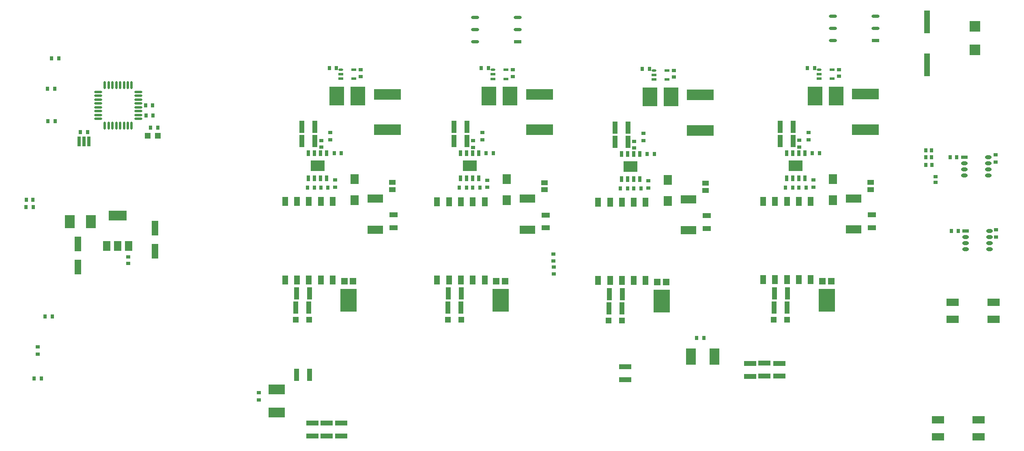
<source format=gbr>
G04 Layer_Color=8421504*
%FSLAX45Y45*%
%MOMM*%
%TF.FileFunction,Paste,Top*%
%TF.Part,Single*%
G01*
G75*
%TA.AperFunction,SMDPad,CuDef*%
%ADD10R,2.50000X1.50000*%
%ADD11R,2.60000X1.10000*%
%ADD12R,0.90000X0.70000*%
%ADD13R,0.70000X0.90000*%
%ADD14R,2.00000X3.50000*%
%ADD15R,1.10000X2.60000*%
%ADD16R,2.15900X2.74300*%
%ADD17R,2.26000X2.16000*%
%ADD18R,3.50000X2.00000*%
%ADD19R,0.90000X0.80000*%
%ADD20R,1.00000X0.55000*%
%ADD21O,1.00000X0.55000*%
%ADD22R,5.60000X2.30000*%
%ADD23R,1.40000X1.10000*%
%ADD24R,3.20000X1.80000*%
%ADD25R,1.39000X1.40000*%
%ADD26R,3.36000X4.86000*%
%ADD27R,3.10000X4.00000*%
%ADD28R,1.20000X1.20000*%
%ADD29R,1.17000X1.88000*%
%ADD30R,1.70000X1.10000*%
%ADD31R,1.80000X2.10000*%
%ADD32R,2.99720X2.26060*%
%ADD33R,0.76200X1.14300*%
%ADD34R,0.80000X0.90000*%
%ADD35R,1.30000X4.75000*%
%ADD36R,1.21920X1.21920*%
%ADD37R,0.71120X2.00660*%
%ADD38O,1.40000X0.80000*%
%ADD39R,1.40000X0.80000*%
%ADD40R,1.42240X3.02260*%
%ADD41R,1.50000X2.00000*%
%ADD42R,3.80000X2.00000*%
%ADD43O,1.65000X0.65000*%
%ADD44R,1.65000X0.65000*%
%ADD45O,0.55000X1.65000*%
%ADD46O,1.65000X0.55000*%
D10*
X21811000Y1832000D02*
D03*
X22661000Y2182000D02*
D03*
Y1832000D02*
D03*
X21811000Y2182000D02*
D03*
X22121001Y4286000D02*
D03*
X22971001Y4636000D02*
D03*
Y4286000D02*
D03*
X22121001Y4636000D02*
D03*
D11*
X18502000Y3365000D02*
D03*
Y3095000D02*
D03*
X18191000Y3366000D02*
D03*
Y3096000D02*
D03*
X17889999Y3364000D02*
D03*
Y3094000D02*
D03*
X15287000Y3290000D02*
D03*
Y3020000D02*
D03*
X9357000Y2116000D02*
D03*
Y1846000D02*
D03*
X9057000Y2115000D02*
D03*
Y1845000D02*
D03*
X8760000Y2118000D02*
D03*
Y1848000D02*
D03*
D12*
X13789000Y5501000D02*
D03*
Y5651000D02*
D03*
X13790999Y5230000D02*
D03*
Y5380000D02*
D03*
X3022600Y3707200D02*
D03*
Y3557200D02*
D03*
X7636000Y2598000D02*
D03*
Y2748000D02*
D03*
X9234201Y7043401D02*
D03*
Y7193401D02*
D03*
X9131300Y8035220D02*
D03*
Y8185220D02*
D03*
X23026401Y6002001D02*
D03*
Y6152001D02*
D03*
X23012399Y7720400D02*
D03*
Y7570400D02*
D03*
X12303299Y8033220D02*
D03*
Y8183220D02*
D03*
X12406201Y7041401D02*
D03*
Y7191401D02*
D03*
X15663300Y8020220D02*
D03*
Y8170220D02*
D03*
X15766200Y7028401D02*
D03*
Y7178401D02*
D03*
X19107298Y8037220D02*
D03*
Y8187220D02*
D03*
X19210201Y7045401D02*
D03*
Y7195401D02*
D03*
X21763000Y7263000D02*
D03*
Y7143000D02*
D03*
D13*
X16928000Y3891000D02*
D03*
X16778000D02*
D03*
X3239700Y8427720D02*
D03*
X3389700D02*
D03*
X3227000Y9098280D02*
D03*
X3377000D02*
D03*
X3176200Y4343400D02*
D03*
X3326200D02*
D03*
X2947600Y3048000D02*
D03*
X3097600D02*
D03*
X2781001Y6632000D02*
D03*
X2930998D02*
D03*
X8801202Y7033946D02*
D03*
X8651199D02*
D03*
X9108401Y9531401D02*
D03*
X9258401D02*
D03*
X9360001Y7753401D02*
D03*
X9210001D02*
D03*
X9080602Y7033946D02*
D03*
X8930599D02*
D03*
X4064001Y8198000D02*
D03*
X3913999D02*
D03*
X3311997Y9734393D02*
D03*
X3462000D02*
D03*
X5530000Y8285000D02*
D03*
X5380000D02*
D03*
X12252601Y7031946D02*
D03*
X12102599D02*
D03*
X12532001Y7751401D02*
D03*
X12382001D02*
D03*
X12280400Y9529401D02*
D03*
X12430400D02*
D03*
X11973201Y7031946D02*
D03*
X11823199D02*
D03*
X15612601Y7018946D02*
D03*
X15462599D02*
D03*
X15892001Y7738401D02*
D03*
X15742001D02*
D03*
X15640401Y9516401D02*
D03*
X15790401D02*
D03*
X15333202Y7018946D02*
D03*
X15183199D02*
D03*
X19056601Y7035946D02*
D03*
X18906599D02*
D03*
X19336002Y7755401D02*
D03*
X19186002D02*
D03*
X19084399Y9533401D02*
D03*
X19234399D02*
D03*
X18777200Y7035946D02*
D03*
X18627199D02*
D03*
X21677000Y7668000D02*
D03*
X21557001D02*
D03*
X21682001Y7507000D02*
D03*
X21562000D02*
D03*
X21677000Y7814000D02*
D03*
X21557001D02*
D03*
D14*
X16657001Y3507000D02*
D03*
X17147000D02*
D03*
D15*
X8810400Y8305800D02*
D03*
X8540400D02*
D03*
X8694000Y3128000D02*
D03*
X8424000D02*
D03*
X8683401Y4527601D02*
D03*
X8413399D02*
D03*
X8694800Y4826000D02*
D03*
X8424798D02*
D03*
X8540399Y8007401D02*
D03*
X8810401D02*
D03*
X11712399Y8005401D02*
D03*
X11982401D02*
D03*
X11866800Y4824000D02*
D03*
X11596798D02*
D03*
X11855401Y4525601D02*
D03*
X11585399D02*
D03*
X11982400Y8303800D02*
D03*
X11712400D02*
D03*
X15072398Y7992401D02*
D03*
X15342401D02*
D03*
X15226801Y4811000D02*
D03*
X14956798D02*
D03*
X15215401Y4512601D02*
D03*
X14945399D02*
D03*
X15342400Y8290800D02*
D03*
X15072400D02*
D03*
X18516399Y8009401D02*
D03*
X18786401D02*
D03*
X18670799Y4828000D02*
D03*
X18400798D02*
D03*
X18659401Y4529601D02*
D03*
X18389400D02*
D03*
X18786400Y8307800D02*
D03*
X18516400D02*
D03*
D16*
X3690600Y6324600D02*
D03*
X4132600D02*
D03*
D17*
X22581000Y10405000D02*
D03*
Y9915000D02*
D03*
D18*
X8012000Y2333000D02*
D03*
Y2823000D02*
D03*
D19*
X9767601Y9359801D02*
D03*
Y9499801D02*
D03*
X8940800Y7880200D02*
D03*
Y8020200D02*
D03*
X4909000Y5449000D02*
D03*
Y5589000D02*
D03*
X12112799Y7878200D02*
D03*
Y8018200D02*
D03*
X12939601Y9357801D02*
D03*
Y9497801D02*
D03*
X15472800Y7865200D02*
D03*
Y8005200D02*
D03*
X16299602Y9344801D02*
D03*
Y9484801D02*
D03*
X18916798Y7882200D02*
D03*
Y8022200D02*
D03*
X19743600Y9361801D02*
D03*
Y9501801D02*
D03*
D20*
X9623201Y9309400D02*
D03*
Y9499402D02*
D03*
X9353199Y9309400D02*
D03*
Y9404401D02*
D03*
X12795201Y9307400D02*
D03*
Y9497402D02*
D03*
X12525199Y9307400D02*
D03*
Y9402401D02*
D03*
X16155202Y9294399D02*
D03*
Y9484402D02*
D03*
X15885199Y9294399D02*
D03*
Y9389401D02*
D03*
X19599200Y9311400D02*
D03*
Y9501402D02*
D03*
X19329199Y9311400D02*
D03*
Y9406401D02*
D03*
D21*
X9353199Y9499402D02*
D03*
X12525199Y9497402D02*
D03*
X15885199Y9484402D02*
D03*
X19329199Y9501402D02*
D03*
D22*
X10321802Y8987001D02*
D03*
Y8247001D02*
D03*
X13493800Y8985001D02*
D03*
Y8245001D02*
D03*
X16853801Y8972001D02*
D03*
Y8232001D02*
D03*
X20297801Y8989001D02*
D03*
Y8249001D02*
D03*
D23*
X10428000Y7142602D02*
D03*
Y6992600D02*
D03*
X13600000Y7140602D02*
D03*
Y6990600D02*
D03*
X16960001Y7127602D02*
D03*
Y6977599D02*
D03*
X20403999Y7144602D02*
D03*
Y6994600D02*
D03*
D24*
X10072400Y6158403D02*
D03*
Y6808399D02*
D03*
X13244400Y6156403D02*
D03*
Y6806399D02*
D03*
X16604401Y6143402D02*
D03*
Y6793399D02*
D03*
X20048399Y6160403D02*
D03*
Y6810399D02*
D03*
D25*
X9421602Y5078202D02*
D03*
X9605599D02*
D03*
X12593601Y5076202D02*
D03*
X12777599D02*
D03*
X15953603Y5063201D02*
D03*
X16137599D02*
D03*
X19397601Y5080202D02*
D03*
X19581599D02*
D03*
D26*
X9513600Y4680001D02*
D03*
X12685600Y4678001D02*
D03*
X16045599Y4665001D02*
D03*
X19489600Y4682001D02*
D03*
D27*
X9268201Y8947201D02*
D03*
X9708200D02*
D03*
X12440201Y8945201D02*
D03*
X12880200D02*
D03*
X15800201Y8932201D02*
D03*
X16240199D02*
D03*
X19244202Y8949201D02*
D03*
X19684200D02*
D03*
D28*
X8408401Y4273601D02*
D03*
X8688400D02*
D03*
X11580401Y4271601D02*
D03*
X11860400D02*
D03*
X14940401Y4258601D02*
D03*
X15220399D02*
D03*
X18384399Y4275601D02*
D03*
X18664400D02*
D03*
D29*
X9179403Y5107803D02*
D03*
X8931402D02*
D03*
X8683401D02*
D03*
X8435401D02*
D03*
X8187400D02*
D03*
X9179403Y6743802D02*
D03*
X8931402D02*
D03*
X8683401D02*
D03*
X8435401D02*
D03*
X8187400D02*
D03*
X12351402Y5105803D02*
D03*
X12103402D02*
D03*
X11855401D02*
D03*
X11607401D02*
D03*
X11359400D02*
D03*
X12351402Y6741802D02*
D03*
X12103402D02*
D03*
X11855401D02*
D03*
X11607401D02*
D03*
X11359400D02*
D03*
X15711401Y5092803D02*
D03*
X15463402D02*
D03*
X15215401D02*
D03*
X14967401D02*
D03*
X14719400D02*
D03*
X15711401Y6728801D02*
D03*
X15463402D02*
D03*
X15215401D02*
D03*
X14967401D02*
D03*
X14719400D02*
D03*
X19155402Y5109803D02*
D03*
X18907402D02*
D03*
X18659401D02*
D03*
X18411401D02*
D03*
X18163400D02*
D03*
X19155402Y6745802D02*
D03*
X18907402D02*
D03*
X18659401D02*
D03*
X18411401D02*
D03*
X18163400D02*
D03*
D30*
X10453400Y6466002D02*
D03*
Y6196000D02*
D03*
X13625400Y6464002D02*
D03*
Y6194000D02*
D03*
X16985400Y6451002D02*
D03*
Y6181000D02*
D03*
X20429401Y6468002D02*
D03*
Y6198000D02*
D03*
D31*
X9640600Y6771401D02*
D03*
Y7211400D02*
D03*
X12812601Y6769401D02*
D03*
Y7209400D02*
D03*
X16172600Y6756401D02*
D03*
Y7196400D02*
D03*
X19616600Y6773401D02*
D03*
Y7213400D02*
D03*
D32*
X8865900Y7493051D02*
D03*
X12037900Y7491051D02*
D03*
X15397900Y7478051D02*
D03*
X18841901Y7495051D02*
D03*
D33*
X8675400Y7232701D02*
D03*
X8802400D02*
D03*
X8929400D02*
D03*
X9056400D02*
D03*
X8675400Y7753401D02*
D03*
X8802400D02*
D03*
X8929400D02*
D03*
X9056400D02*
D03*
X11847400Y7230701D02*
D03*
X11974400D02*
D03*
X12101400D02*
D03*
X12228400D02*
D03*
X11847400Y7751401D02*
D03*
X11974400D02*
D03*
X12101400D02*
D03*
X12228400D02*
D03*
X15207401Y7217701D02*
D03*
X15334399D02*
D03*
X15461400D02*
D03*
X15588400D02*
D03*
X15207401Y7738401D02*
D03*
X15334399D02*
D03*
X15461400D02*
D03*
X15588400D02*
D03*
X18651401Y7234701D02*
D03*
X18778400D02*
D03*
X18905400D02*
D03*
X19032401D02*
D03*
X18651401Y7755401D02*
D03*
X18778400D02*
D03*
X18905400D02*
D03*
X19032401D02*
D03*
D34*
X2926000Y6785002D02*
D03*
X2786000D02*
D03*
X5280003Y8752000D02*
D03*
X5420002D02*
D03*
X5427000Y8545000D02*
D03*
X5287000D02*
D03*
X22065448Y7674916D02*
D03*
X22205447D02*
D03*
X22092801Y6127801D02*
D03*
X22232800D02*
D03*
D35*
X21582001Y9604500D02*
D03*
Y10499500D02*
D03*
D36*
X5321318Y8123005D02*
D03*
X5532996D02*
D03*
D37*
X3887400Y8000000D02*
D03*
X3989000D02*
D03*
X4089000D02*
D03*
D38*
X22891399Y5746801D02*
D03*
Y5873801D02*
D03*
Y6000801D02*
D03*
Y6127801D02*
D03*
X22391400Y5746801D02*
D03*
Y5873801D02*
D03*
Y6000801D02*
D03*
X22864047Y7293916D02*
D03*
Y7420916D02*
D03*
Y7547916D02*
D03*
Y7674916D02*
D03*
X22364047Y7293916D02*
D03*
Y7420916D02*
D03*
Y7547916D02*
D03*
D39*
X22391400Y6127801D02*
D03*
X22364047Y7674916D02*
D03*
D40*
X3860800Y5373400D02*
D03*
Y5854700D02*
D03*
X5472000Y5704000D02*
D03*
Y6185300D02*
D03*
D41*
X4462000Y5820000D02*
D03*
X4692000D02*
D03*
X4922000D02*
D03*
D42*
X4692000Y6450000D02*
D03*
D43*
X12147820Y10589260D02*
D03*
Y10335260D02*
D03*
Y10081260D02*
D03*
X13037820Y10589260D02*
D03*
Y10335260D02*
D03*
X19615421Y10619740D02*
D03*
Y10365740D02*
D03*
Y10111740D02*
D03*
X20505420Y10619740D02*
D03*
Y10365740D02*
D03*
D44*
X13037820Y10081260D02*
D03*
X20505420Y10111740D02*
D03*
D45*
X4424000Y9174000D02*
D03*
X4504000D02*
D03*
X4584000D02*
D03*
X4664000D02*
D03*
X4744000D02*
D03*
X4824000D02*
D03*
X4904000D02*
D03*
X4984000D02*
D03*
Y8334000D02*
D03*
X4904000D02*
D03*
X4824000D02*
D03*
X4744000D02*
D03*
X4664000D02*
D03*
X4584000D02*
D03*
X4504000D02*
D03*
X4424000D02*
D03*
D46*
X5124000Y9034000D02*
D03*
Y8954000D02*
D03*
Y8874000D02*
D03*
Y8794000D02*
D03*
Y8714000D02*
D03*
Y8634000D02*
D03*
Y8554000D02*
D03*
Y8474000D02*
D03*
X4284000D02*
D03*
Y8554000D02*
D03*
Y8634000D02*
D03*
Y8714000D02*
D03*
Y8794000D02*
D03*
Y8874000D02*
D03*
Y8954000D02*
D03*
Y9034000D02*
D03*
%TF.MD5,8a375cf5b67536a7dd3bdf59bbd4f9a1*%
M02*

</source>
